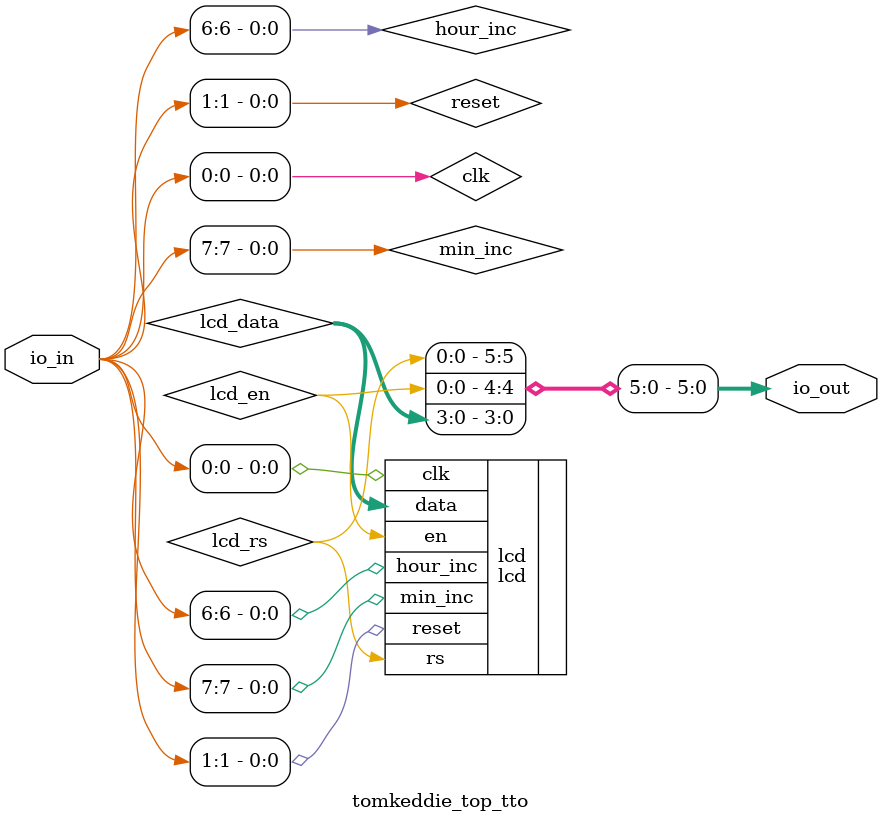
<source format=v>
`default_nettype none

module tomkeddie_top_tto
  #(parameter CLOCK_RATE=1000)
  (
   input [7:0]  io_in,
   output [7:0] io_out
   );
  
  wire                      clk   = io_in[0];
  wire                      reset = io_in[1];
  wire                      hour_inc = io_in[6];
  wire                      min_inc  = io_in[7];
  wire                      lcd_en;
  wire                      lcd_rs;
  wire               [3:0]  lcd_data;

  assign io_out[0] = lcd_data[0];
  assign io_out[1] = lcd_data[1];
  assign io_out[2] = lcd_data[2];
  assign io_out[3] = lcd_data[3];
  assign io_out[4] = lcd_en;
  assign io_out[5] = lcd_rs;

  // instatiate lcd
  lcd lcd(.clk(clk), .reset(reset), .hour_inc(hour_inc), .min_inc(min_inc), .en(lcd_en), .rs(lcd_rs), .data(lcd_data));
  
endmodule

</source>
